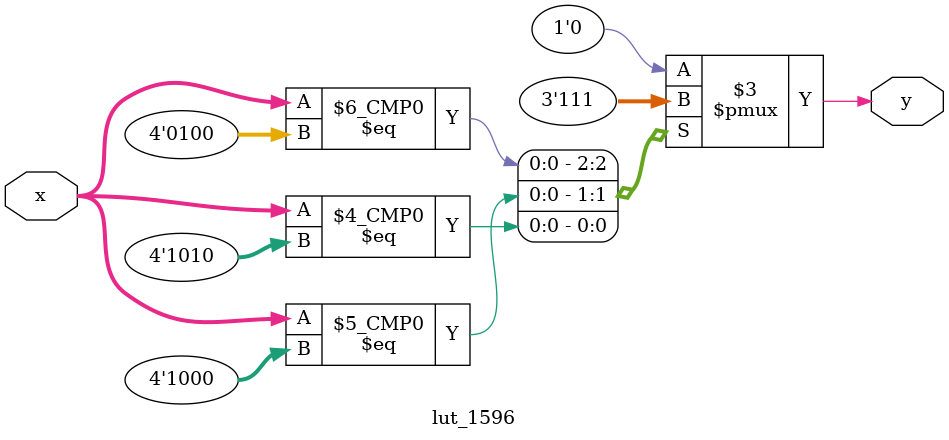
<source format=sv>

module lut_1596 (
    input           logic [3:0] x ,
    output          logic       y 
);


always_comb begin : sevenseg_logic
    case (x) 
        4'h4: y = 1'b1;
        4'h8: y = 1'b1;
        4'hA: y = 1'b1;
        default: y = 1'b0;
    endcase
end 

endmodule
</source>
